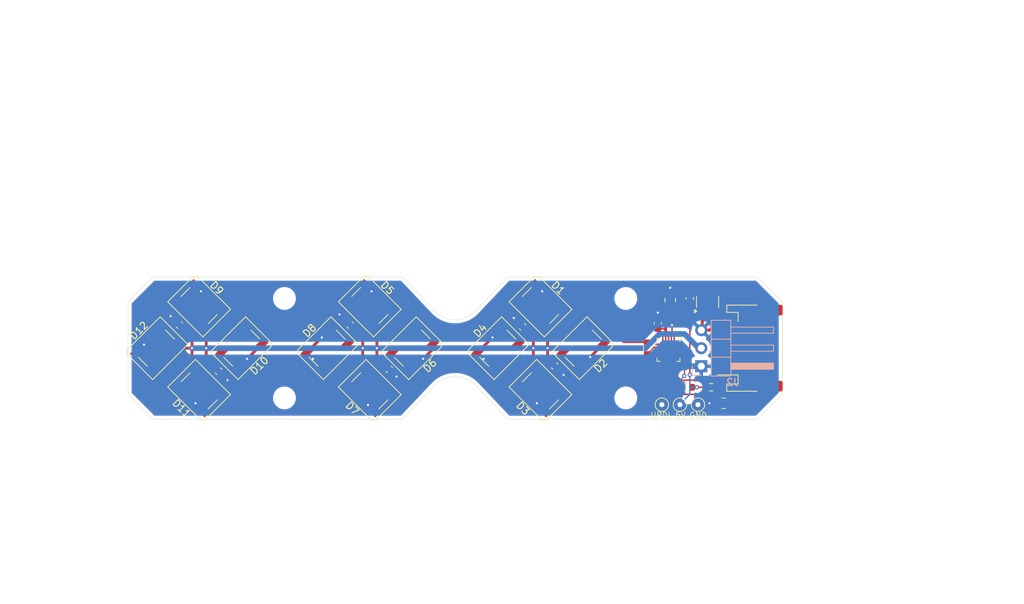
<source format=kicad_pcb>
(kicad_pcb (version 20241229) (generator "pcbnew") (generator_version "9.0")
  (layers (0 "F.Cu" signal) (2 "B.Cu" signal) (13 "F.Paste" user) (15 "B.Paste" user) (5 "F.SilkS" user "F.Silkscreen") (7 "B.SilkS" user "B.Silkscreen") (1 "F.Mask" user) (3 "B.Mask" user) (25 "Edge.Cuts" user))
  (net 0 "")
  (net 1 "/SCL")
  (net 2 "/SDA")
  (net 3 "Net-(U2-C+)")
  (net 4 "Net-(U2-C-)")
  (net 5 "VCC")
  (net 12 "Net-(U1-PA6)")
  (net 20 "VBUS")
  (net 21 "+5V")
  (net 22 "GND")
  (net 23 "/NEOPIXEL")
  (net 25 "/UPDI")
  (net 26 "Net-(D1-DOUT)")
  (net 27 "Net-(D2-DOUT)")
  (net 28 "Net-(D3-DOUT)")
  (net 29 "/NEOPIXEL2")
  (net 30 "/NEOPIXEL3")
  (net 31 "Net-(D5-DOUT)")
  (net 32 "Net-(D6-DOUT)")
  (net 33 "Net-(D7-DOUT)")
  (net 34 "Net-(D10-DIN)")
  (net 35 "Net-(D10-DOUT)")
  (net 36 "Net-(D11-DOUT)")
  (footprint "MountingHole:MountingHole_2.7mm_M2.5" (layer "F.Cu") (at 174 107)
    (property "Reference" "REF**" (hide yes))
    (property "Value" "MountingHole_2.7mm_M2.5" (hide yes))
    (pad "" np_thru_hole circle (at 0 0) (size 2.7 2.7) (drill 2.7) (layers "*.Cu" "*.Mask"))
  )
  (footprint "LED_SMD:LED_SK6812_PLCC4_5.0x5.0mm_P3.2mm" (layer "F.Cu") (at 156 100 45)
    (property "Reference" "D4" (at 0 -3.5 45) (layer "F.SilkS"))
    (property "Value" "SK6812")
    (pad "1" smd rect (at -2.45 -1.6 225) (size 1.5 1) (layers "F.Cu" "F.Mask" "F.Paste") (net 22 "GND"))
    (pad "2" smd rect (at -2.45 1.6 225) (size 1.5 1) (layers "F.Cu" "F.Mask" "F.Paste") (net 28 "Net-(D3-DOUT)"))
    (pad "3" smd rect (at 2.45 1.6 225) (size 1.5 1) (layers "F.Cu" "F.Mask" "F.Paste") (net 5 "VCC"))
    (pad "4" smd rect (at 2.45 -1.6 225) (size 1.5 1) (layers "F.Cu" "F.Mask" "F.Paste") (net 29 "/NEOPIXEL2"))
  )
  (footprint "LED_SMD:LED_SK6812_PLCC4_5.0x5.0mm_P3.2mm" (layer "F.Cu") (at 162 94 -45)
    (property "Reference" "D1" (at 0 -3.5 135) (layer "F.SilkS"))
    (property "Value" "SK6812")
    (pad "1" smd rect (at -2.45 -1.6 135) (size 1.5 1) (layers "F.Cu" "F.Mask" "F.Paste") (net 22 "GND"))
    (pad "2" smd rect (at -2.45 1.6 135) (size 1.5 1) (layers "F.Cu" "F.Mask" "F.Paste") (net 23 "/NEOPIXEL"))
    (pad "3" smd rect (at 2.45 1.6 135) (size 1.5 1) (layers "F.Cu" "F.Mask" "F.Paste") (net 5 "VCC"))
    (pad "4" smd rect (at 2.45 -1.6 135) (size 1.5 1) (layers "F.Cu" "F.Mask" "F.Paste") (net 26 "Net-(D1-DOUT)"))
  )
  (footprint "LED_SMD:LED_SK6812_PLCC4_5.0x5.0mm_P3.2mm" (layer "F.Cu") (at 114 94 -45)
    (property "Reference" "D9" (at 0 -3.5 135) (layer "F.SilkS"))
    (property "Value" "SK6812")
    (pad "1" smd rect (at -2.45 -1.6 135) (size 1.5 1) (layers "F.Cu" "F.Mask" "F.Paste") (net 22 "GND"))
    (pad "2" smd rect (at -2.45 1.6 135) (size 1.5 1) (layers "F.Cu" "F.Mask" "F.Paste") (net 30 "/NEOPIXEL3"))
    (pad "3" smd rect (at 2.45 1.6 135) (size 1.5 1) (layers "F.Cu" "F.Mask" "F.Paste") (net 5 "VCC"))
    (pad "4" smd rect (at 2.45 -1.6 135) (size 1.5 1) (layers "F.Cu" "F.Mask" "F.Paste") (net 34 "Net-(D10-DIN)"))
  )
  (footprint "LED_SMD:LED_SK6812_PLCC4_5.0x5.0mm_P3.2mm" (layer "F.Cu") (at 138 94 -45)
    (property "Reference" "D5" (at 0 -3.5 135) (layer "F.SilkS"))
    (property "Value" "SK6812")
    (pad "1" smd rect (at -2.45 -1.6 135) (size 1.5 1) (layers "F.Cu" "F.Mask" "F.Paste") (net 22 "GND"))
    (pad "2" smd rect (at -2.45 1.6 135) (size 1.5 1) (layers "F.Cu" "F.Mask" "F.Paste") (net 29 "/NEOPIXEL2"))
    (pad "3" smd rect (at 2.45 1.6 135) (size 1.5 1) (layers "F.Cu" "F.Mask" "F.Paste") (net 5 "VCC"))
    (pad "4" smd rect (at 2.45 -1.6 135) (size 1.5 1) (layers "F.Cu" "F.Mask" "F.Paste") (net 31 "Net-(D5-DOUT)"))
  )
  (footprint "LED_SMD:LED_SK6812_PLCC4_5.0x5.0mm_P3.2mm" (layer "F.Cu") (at 120 100 -135)
    (property "Reference" "D10" (at 0 -3.5 45) (layer "F.SilkS"))
    (property "Value" "SK6812")
    (pad "1" smd rect (at -2.45 -1.6 45) (size 1.5 1) (layers "F.Cu" "F.Mask" "F.Paste") (net 22 "GND"))
    (pad "2" smd rect (at -2.45 1.6 45) (size 1.5 1) (layers "F.Cu" "F.Mask" "F.Paste") (net 34 "Net-(D10-DIN)"))
    (pad "3" smd rect (at 2.45 1.6 45) (size 1.5 1) (layers "F.Cu" "F.Mask" "F.Paste") (net 5 "VCC"))
    (pad "4" smd rect (at 2.45 -1.6 45) (size 1.5 1) (layers "F.Cu" "F.Mask" "F.Paste") (net 35 "Net-(D10-DOUT)"))
  )
  (footprint "Capacitor_SMD:C_0805_2012Metric" (layer "F.Cu") (at 180.25 93.25 90)
    (property "Reference" "C2" (hide yes))
    (property "Value" "10uF" (hide yes))
    (pad "1" smd roundrect (at -0.95 0 90) (size 1 1.45) (layers "F.Cu" "F.Mask" "F.Paste") (net 21 "+5V"))
    (pad "2" smd roundrect (at 0.95 0 90) (size 1 1.45) (layers "F.Cu" "F.Mask" "F.Paste") (net 22 "GND"))
  )
  (footprint "TestPoint:TestPoint_THTPad_D1.5mm_Drill0.7mm" (layer "F.Cu") (at 181.61 107.95)
    (property "Reference" "TP2" (hide yes))
    (property "Value" "TestPoint" (hide yes))
    (pad "1" thru_hole circle (at 0 0) (size 1.5 1.5) (drill 0.7) (layers "*.Cu" "*.Mask") (net 21 "+5V"))
  )
  (footprint "LED_SMD:LED_SK6812_PLCC4_5.0x5.0mm_P3.2mm" (layer "F.Cu") (at 114 106 135)
    (property "Reference" "D11" (at 0 -3.5 135) (layer "F.SilkS"))
    (property "Value" "SK6812")
    (pad "1" smd rect (at -2.45 -1.6 315) (size 1.5 1) (layers "F.Cu" "F.Mask" "F.Paste") (net 22 "GND"))
    (pad "2" smd rect (at -2.45 1.6 315) (size 1.5 1) (layers "F.Cu" "F.Mask" "F.Paste") (net 35 "Net-(D10-DOUT)"))
    (pad "3" smd rect (at 2.45 1.6 315) (size 1.5 1) (layers "F.Cu" "F.Mask" "F.Paste") (net 5 "VCC"))
    (pad "4" smd rect (at 2.45 -1.6 315) (size 1.5 1) (layers "F.Cu" "F.Mask" "F.Paste") (net 36 "Net-(D11-DOUT)"))
  )
  (footprint "LED_SMD:LED_SK6812_PLCC4_5.0x5.0mm_P3.2mm" (layer "F.Cu") (at 162 106 135)
    (property "Reference" "D3" (at 0 -3.5 135) (layer "F.SilkS"))
    (property "Value" "SK6812")
    (pad "1" smd rect (at -2.45 -1.6 315) (size 1.5 1) (layers "F.Cu" "F.Mask" "F.Paste") (net 22 "GND"))
    (pad "2" smd rect (at -2.45 1.6 315) (size 1.5 1) (layers "F.Cu" "F.Mask" "F.Paste") (net 27 "Net-(D2-DOUT)"))
    (pad "3" smd rect (at 2.45 1.6 315) (size 1.5 1) (layers "F.Cu" "F.Mask" "F.Paste") (net 5 "VCC"))
    (pad "4" smd rect (at 2.45 -1.6 315) (size 1.5 1) (layers "F.Cu" "F.Mask" "F.Paste") (net 28 "Net-(D3-DOUT)"))
  )
  (footprint "MountingHole:MountingHole_2.7mm_M2.5" (layer "F.Cu") (at 174 93)
    (property "Reference" "REF**" (hide yes))
    (property "Value" "MountingHole_2.7mm_M2.5" (hide yes))
    (pad "" np_thru_hole circle (at 0 0) (size 2.7 2.7) (drill 2.7) (layers "*.Cu" "*.Mask"))
  )
  (footprint "Capacitor_SMD:C_0603_1608Metric" (layer "F.Cu") (at 135.25 96.75 135)
    (property "Reference" "C7" (hide yes))
    (property "Value" "1uF" (hide yes))
    (pad "1" smd roundrect (at -0.775 0 135) (size 0.9 0.95) (layers "F.Cu" "F.Mask" "F.Paste") (net 5 "VCC"))
    (pad "2" smd roundrect (at 0.775 0 135) (size 0.9 0.95) (layers "F.Cu" "F.Mask" "F.Paste") (net 22 "GND"))
  )
  (footprint "Capacitor_SMD:C_0603_1608Metric" (layer "F.Cu") (at 183 93 -90)
    (property "Reference" "C3" (hide yes))
    (property "Value" "1uF" (hide yes))
    (pad "1" smd roundrect (at -0.775 0 270) (size 0.9 0.95) (layers "F.Cu" "F.Mask" "F.Paste") (net 3 "Net-(U2-C+)"))
    (pad "2" smd roundrect (at 0.775 0 270) (size 0.9 0.95) (layers "F.Cu" "F.Mask" "F.Paste") (net 4 "Net-(U2-C-)"))
  )
  (footprint "Package_DFN_QFN:VQFN-20-1EP_3x3mm_P0.4mm_EP1.7x1.7mm" (layer "F.Cu") (at 180 100.25 -90)
    (property "Reference" "U1" (hide yes))
    (property "Value" "ATtiny1616-M" (hide yes))
    (pad "1" smd custom (at -1.45 -0.8 270) (size 0.143431 0.143431) (layers "F.Cu" "F.Mask" "F.Paste") (options (clearance outline) (anchor circle)) (primitives (gr_poly (pts (xy -0.35 -0.05) (xy 0.299289 -0.05) (xy 0.35 0.000711) (xy 0.35 0.05) (xy -0.35 0.05)) (width 0.1) (fill yes))))
    (pad "2" smd roundrect (at -1.45 -0.4 270) (size 0.8 0.2) (layers "F.Cu" "F.Mask" "F.Paste"))
    (pad "3" smd roundrect (at -1.45 0 270) (size 0.8 0.2) (layers "F.Cu" "F.Mask" "F.Paste") (net 22 "GND"))
    (pad "4" smd roundrect (at -1.45 0.4 270) (size 0.8 0.2) (layers "F.Cu" "F.Mask" "F.Paste") (net 21 "+5V"))
    (pad "5" smd custom (at -1.45 0.8 270) (size 0.143431 0.143431) (layers "F.Cu" "F.Mask" "F.Paste") (options (clearance outline) (anchor circle)) (primitives (gr_poly (pts (xy -0.35 -0.05) (xy 0.35 -0.05) (xy 0.35 -0.000711) (xy 0.299289 0.05) (xy -0.35 0.05)) (width 0.1) (fill yes))))
    (pad "6" smd custom (at -0.8 1.45 270) (size 0.143431 0.143431) (layers "F.Cu" "F.Mask" "F.Paste") (options (clearance outline) (anchor circle)) (primitives (gr_poly (pts (xy -0.05 -0.299289) (xy 0.000711 -0.35) (xy 0.05 -0.35) (xy 0.05 0.35) (xy -0.05 0.35)) (width 0.1) (fill yes))))
    (pad "7" smd roundrect (at -0.4 1.45 270) (size 0.2 0.8) (layers "F.Cu" "F.Mask" "F.Paste") (net 12 "Net-(U1-PA6)"))
    (pad "8" smd roundrect (at 0 1.45 270) (size 0.2 0.8) (layers "F.Cu" "F.Mask" "F.Paste"))
    (pad "9" smd roundrect (at 0.4 1.45 270) (size 0.2 0.8) (layers "F.Cu" "F.Mask" "F.Paste"))
    (pad "10" smd custom (at 0.8 1.45 270) (size 0.143431 0.143431) (layers "F.Cu" "F.Mask" "F.Paste") (options (clearance outline) (anchor circle)) (primitives (gr_poly (pts (xy -0.05 -0.35) (xy -0.000711 -0.35) (xy 0.05 -0.299289) (xy 0.05 0.35) (xy -0.05 0.35)) (width 0.1) (fill yes))))
    (pad "11" smd custom (at 1.45 0.8 270) (size 0.143431 0.143431) (layers "F.Cu" "F.Mask" "F.Paste") (options (clearance outline) (anchor circle)) (primitives (gr_poly (pts (xy -0.35 -0.05) (xy 0.35 -0.05) (xy 0.35 0.05) (xy -0.299289 0.05) (xy -0.35 -0.000711)) (width 0.1) (fill yes))))
    (pad "12" smd roundrect (at 1.45 0.4 270) (size 0.8 0.2) (layers "F.Cu" "F.Mask" "F.Paste"))
    (pad "13" smd roundrect (at 1.45 0 270) (size 0.8 0.2) (layers "F.Cu" "F.Mask" "F.Paste") (net 2 "/SDA"))
    (pad "14" smd roundrect (at 1.45 -0.4 270) (size 0.8 0.2) (layers "F.Cu" "F.Mask" "F.Paste") (net 1 "/SCL"))
    (pad "15" smd custom (at 1.45 -0.8 270) (size 0.143431 0.143431) (layers "F.Cu" "F.Mask" "F.Paste") (options (clearance outline) (anchor circle)) (primitives (gr_poly (pts (xy -0.35 0.000711) (xy -0.299289 -0.05) (xy 0.35 -0.05) (xy 0.35 0.05) (xy -0.35 0.05)) (width 0.1) (fill yes))))
    (pad "16" smd custom (at 0.8 -1.45 270) (size 0.143431 0.143431) (layers "F.Cu" "F.Mask" "F.Paste") (options (clearance outline) (anchor circle)) (primitives (gr_poly (pts (xy -0.05 -0.35) (xy 0.05 -0.35) (xy 0.05 0.299289) (xy -0.000711 0.35) (xy -0.05 0.35)) (width 0.1) (fill yes))))
    (pad "17" smd roundrect (at 0.4 -1.45 270) (size 0.2 0.8) (layers "F.Cu" "F.Mask" "F.Paste"))
    (pad "18" smd roundrect (at 0 -1.45 270) (size 0.2 0.8) (layers "F.Cu" "F.Mask" "F.Paste"))
    (pad "19" smd roundrect (at -0.4 -1.45 270) (size 0.2 0.8) (layers "F.Cu" "F.Mask" "F.Paste") (net 25 "/UPDI"))
    (pad "20" smd custom (at -0.8 -1.45 270) (size 0.143431 0.143431) (layers "F.Cu" "F.Mask" "F.Paste") (options (clearance outline) (anchor circle)) (primitives (gr_poly (pts (xy -0.05 -0.35) (xy 0.05 -0.35) (xy 0.05 0.35) (xy 0.000711 0.35) (xy -0.05 0.299289)) (width 0.1) (fill yes))))
    (pad "21" smd rect (at 0 0 270) (size 1.7 1.7) (property pad_prop_heatsink) (layers "F.Cu" "F.Mask") (net 22 "GND"))
  )
  (footprint "MountingHole:MountingHole_2.7mm_M2.5" (layer "F.Cu") (at 126 107)
    (property "Reference" "REF**" (hide yes))
    (property "Value" "MountingHole_2.7mm_M2.5" (hide yes))
    (pad "" np_thru_hole circle (at 0 0) (size 2.7 2.7) (drill 2.7) (layers "*.Cu" "*.Mask"))
  )
  (footprint "MountingHole:MountingHole_2.7mm_M2.5" (layer "F.Cu") (at 126 93)
    (property "Reference" "REF**" (hide yes))
    (property "Value" "MountingHole_2.7mm_M2.5" (hide yes))
    (pad "" np_thru_hole circle (at 0 0) (size 2.7 2.7) (drill 2.7) (layers "*.Cu" "*.Mask"))
  )
  (footprint "Resistor_SMD:R_0603_1608Metric" (layer "F.Cu") (at 186 105.5)
    (property "Reference" "R2" (hide yes))
    (property "Value" "10k" (hide yes))
    (pad "1" smd roundrect (at -0.825 0) (size 0.8 0.95) (layers "F.Cu" "F.Mask" "F.Paste") (net 21 "+5V"))
    (pad "2" smd roundrect (at 0.825 0) (size 0.8 0.95) (layers "F.Cu" "F.Mask" "F.Paste") (net 2 "/SDA"))
  )
  (footprint "LED_SMD:LED_SK6812_PLCC4_5.0x5.0mm_P3.2mm" (layer "F.Cu") (at 138 106 135)
    (property "Reference" "D7" (at 0 -3.5 135) (layer "F.SilkS"))
    (property "Value" "SK6812")
    (pad "1" smd rect (at -2.45 -1.6 315) (size 1.5 1) (layers "F.Cu" "F.Mask" "F.Paste") (net 22 "GND"))
    (pad "2" smd rect (at -2.45 1.6 315) (size 1.5 1) (layers "F.Cu" "F.Mask" "F.Paste") (net 32 "Net-(D6-DOUT)"))
    (pad "3" smd rect (at 2.45 1.6 315) (size 1.5 1) (layers "F.Cu" "F.Mask" "F.Paste") (net 5 "VCC"))
    (pad "4" smd rect (at 2.45 -1.6 315) (size 1.5 1) (layers "F.Cu" "F.Mask" "F.Paste") (net 33 "Net-(D7-DOUT)"))
  )
  (footprint "Resistor_SMD:R_0603_1608Metric" (layer "F.Cu") (at 177 100 90)
    (property "Reference" "R3" (hide yes))
    (property "Value" "100" (hide yes))
    (pad "1" smd roundrect (at -0.825 0 90) (size 0.8 0.95) (layers "F.Cu" "F.Mask" "F.Paste") (net 12 "Net-(U1-PA6)"))
    (pad "2" smd roundrect (at 0.825 0 90) (size 0.8 0.95) (layers "F.Cu" "F.Mask" "F.Paste") (net 23 "/NEOPIXEL"))
  )
  (footprint "Capacitor_SMD:C_0603_1608Metric" (layer "F.Cu") (at 159.5 97 135)
    (property "Reference" "C5" (hide yes))
    (property "Value" "1uF" (hide yes))
    (pad "1" smd roundrect (at -0.775 0 135) (size 0.9 0.95) (layers "F.Cu" "F.Mask" "F.Paste") (net 5 "VCC"))
    (pad "2" smd roundrect (at 0.775 0 135) (size 0.9 0.95) (layers "F.Cu" "F.Mask" "F.Paste") (net 22 "GND"))
  )
  (footprint "Connector_JST:JST_PH_S4B-PH-SM4-TB_1x04-1MP_P2.00mm_Horizontal" (layer "F.Cu") (at 191.5 100 90)
    (property "Reference" "J1" (hide yes))
    (property "Value" "Conn_01x04" (hide yes))
    (pad "1" smd roundrect (at -3 -2.85 90) (size 1 3.5) (layers "F.Cu" "F.Mask" "F.Paste") (net 1 "/SCL"))
    (pad "2" smd roundrect (at -1 -2.85 90) (size 1 3.5) (layers "F.Cu" "F.Mask" "F.Paste") (net 2 "/SDA"))
    (pad "3" smd roundrect (at 1 -2.85 90) (size 1 3.5) (layers "F.Cu" "F.Mask" "F.Paste") (net 20 "VBUS"))
    (pad "4" smd roundrect (at 3 -2.85 90) (size 1 3.5) (layers "F.Cu" "F.Mask" "F.Paste") (net 22 "GND"))
    (pad "MP" smd roundrect (at -5.35 2.9 90) (size 1.5 3.4) (layers "F.Cu" "F.Mask" "F.Paste") (roundrect_rratio 0.166667))
    (pad "MP" smd roundrect (at 5.35 2.9 90) (size 1.5 3.4) (layers "F.Cu" "F.Mask" "F.Paste") (roundrect_rratio 0.166667))
  )
  (footprint "Resistor_SMD:R_0603_1608Metric" (layer "F.Cu") (at 182.5 105.5 180)
    (property "Reference" "R1" (hide yes))
    (property "Value" "10k" (hide yes))
    (pad "1" smd roundrect (at -0.825 0 180) (size 0.8 0.95) (layers "F.Cu" "F.Mask" "F.Paste") (net 21 "+5V"))
    (pad "2" smd roundrect (at 0.825 0 180) (size 0.8 0.95) (layers "F.Cu" "F.Mask" "F.Paste") (net 1 "/SCL"))
  )
  (footprint "LED_SMD:LED_SK6812_PLCC4_5.0x5.0mm_P3.2mm" (layer "F.Cu") (at 108 100 45)
    (property "Reference" "D12" (at 0 -3.5 45) (layer "F.SilkS"))
    (property "Value" "SK6812")
    (pad "1" smd rect (at -2.45 -1.6 225) (size 1.5 1) (layers "F.Cu" "F.Mask" "F.Paste") (net 22 "GND"))
    (pad "2" smd rect (at -2.45 1.6 225) (size 1.5 1) (layers "F.Cu" "F.Mask" "F.Paste") (net 36 "Net-(D11-DOUT)"))
    (pad "3" smd rect (at 2.45 1.6 225) (size 1.5 1) (layers "F.Cu" "F.Mask" "F.Paste") (net 5 "VCC"))
    (pad "4" smd rect (at 2.45 -1.6 225) (size 1.5 1) (layers "F.Cu" "F.Mask" "F.Paste"))
  )
  (footprint "Capacitor_SMD:C_0805_2012Metric" (layer "F.Cu") (at 187.75 107.75 180)
    (property "Reference" "C1" (hide yes))
    (property "Value" "10uF" (hide yes))
    (pad "1" smd roundrect (at -0.95 0 180) (size 1 1.45) (layers "F.Cu" "F.Mask" "F.Paste") (net 20 "VBUS"))
    (pad "2" smd roundrect (at 0.95 0 180) (size 1 1.45) (layers "F.Cu" "F.Mask" "F.Paste") (net 22 "GND"))
  )
  (footprint "Capacitor_SMD:C_0603_1608Metric" (layer "F.Cu") (at 178.5 96.5 90)
    (property "Reference" "C4" (hide yes))
    (property "Value" "100nF" (hide yes))
    (pad "1" smd roundrect (at -0.775 0 90) (size 0.9 0.95) (layers "F.Cu" "F.Mask" "F.Paste") (net 21 "+5V"))
    (pad "2" smd roundrect (at 0.775 0 90) (size 0.9 0.95) (layers "F.Cu" "F.Mask" "F.Paste") (net 22 "GND"))
  )
  (footprint "TestPoint:TestPoint_THTPad_D1.5mm_Drill0.7mm" (layer "F.Cu") (at 179.07 107.95)
    (property "Reference" "TP3" (hide yes))
    (property "Value" "TestPoint" (hide yes))
    (pad "1" thru_hole circle (at 0 0) (size 1.5 1.5) (drill 0.7) (layers "*.Cu" "*.Mask") (net 25 "/UPDI"))
  )
  (footprint "LED_SMD:LED_SK6812_PLCC4_5.0x5.0mm_P3.2mm" (layer "F.Cu") (at 168 100 -135)
    (property "Reference" "D2" (at 0 -3.5 45) (layer "F.SilkS"))
    (property "Value" "SK6812")
    (pad "1" smd rect (at -2.45 -1.6 45) (size 1.5 1) (layers "F.Cu" "F.Mask" "F.Paste") (net 22 "GND"))
    (pad "2" smd rect (at -2.45 1.6 45) (size 1.5 1) (layers "F.Cu" "F.Mask" "F.Paste") (net 26 "Net-(D1-DOUT)"))
    (pad "3" smd rect (at 2.45 1.6 45) (size 1.5 1) (layers "F.Cu" "F.Mask" "F.Paste") (net 5 "VCC"))
    (pad "4" smd rect (at 2.45 -1.6 45) (size 1.5 1) (layers "F.Cu" "F.Mask" "F.Paste") (net 27 "Net-(D2-DOUT)"))
  )
  (footprint "LED_SMD:LED_SK6812_PLCC4_5.0x5.0mm_P3.2mm" (layer "F.Cu") (at 144 100 -135)
    (property "Reference" "D6" (at 0 -3.5 45) (layer "F.SilkS"))
    (property "Value" "SK6812")
    (pad "1" smd rect (at -2.45 -1.6 45) (size 1.5 1) (layers "F.Cu" "F.Mask" "F.Paste") (net 22 "GND"))
    (pad "2" smd rect (at -2.45 1.6 45) (size 1.5 1) (layers "F.Cu" "F.Mask" "F.Paste") (net 31 "Net-(D5-DOUT)"))
    (pad "3" smd rect (at 2.45 1.6 45) (size 1.5 1) (layers "F.Cu" "F.Mask" "F.Paste") (net 5 "VCC"))
    (pad "4" smd rect (at 2.45 -1.6 45) (size 1.5 1) (layers "F.Cu" "F.Mask" "F.Paste") (net 32 "Net-(D6-DOUT)"))
  )
  (footprint "Capacitor_SMD:C_0603_1608Metric" (layer "F.Cu") (at 140.75 103 -45)
    (property "Reference" "C8" (hide yes))
    (property "Value" "1uF" (hide yes))
    (pad "1" smd roundrect (at -0.775 0 315) (size 0.9 0.95) (layers "F.Cu" "F.Mask" "F.Paste") (net 5 "VCC"))
    (pad "2" smd roundrect (at 0.775 0 315) (size 0.9 0.95) (layers "F.Cu" "F.Mask" "F.Paste") (net 22 "GND"))
  )
  (footprint "TestPoint:TestPoint_THTPad_D1.5mm_Drill0.7mm" (layer "F.Cu") (at 184.15 107.95)
    (property "Reference" "TP1" (hide yes))
    (property "Value" "TestPoint" (hide yes))
    (pad "1" thru_hole circle (at 0 0) (size 1.5 1.5) (drill 0.7) (layers "*.Cu" "*.Mask") (net 22 "GND"))
  )
  (footprint "Capacitor_SMD:C_0603_1608Metric" (layer "F.Cu") (at 164 102.5 -45)
    (property "Reference" "C6" (hide yes))
    (property "Value" "1uF" (hide yes))
    (pad "1" smd roundrect (at -0.775 0 315) (size 0.9 0.95) (layers "F.Cu" "F.Mask" "F.Paste") (net 5 "VCC"))
    (pad "2" smd roundrect (at 0.775 0 315) (size 0.9 0.95) (layers "F.Cu" "F.Mask" "F.Paste") (net 22 "GND"))
  )
  (footprint "Package_TO_SOT_SMD:TSOT-23-6" (layer "F.Cu") (at 185.5 93.5 90)
    (property "Reference" "U2" (hide yes))
    (property "Value" "AP3602" (hide yes))
    (pad "1" smd roundrect (at -1.1375 -0.95 90) (size 1.325 0.6) (layers "F.Cu" "F.Mask" "F.Paste") (net 21 "+5V"))
    (pad "2" smd roundrect (at -1.1375 0 90) (size 1.325 0.6) (layers "F.Cu" "F.Mask" "F.Paste") (net 22 "GND"))
    (pad "3" smd roundrect (at -1.1375 0.95 90) (size 1.325 0.6) (layers "F.Cu" "F.Mask" "F.Paste") (net 20 "VBUS"))
    (pad "4" smd roundrect (at 1.1375 0.95 90) (size 1.325 0.6) (layers "F.Cu" "F.Mask" "F.Paste") (net 4 "Net-(U2-C-)"))
    (pad "5" smd roundrect (at 1.1375 0 90) (size 1.325 0.6) (layers "F.Cu" "F.Mask" "F.Paste") (net 20 "VBUS"))
    (pad "6" smd roundrect (at 1.1375 -0.95 90) (size 1.325 0.6) (layers "F.Cu" "F.Mask" "F.Paste") (net 3 "Net-(U2-C+)"))
  )
  (footprint "Capacitor_SMD:C_0603_1608Metric" (layer "F.Cu") (at 111.25 96.75 135)
    (property "Reference" "C9" (hide yes))
    (property "Value" "1uF" (hide yes))
    (pad "1" smd roundrect (at -0.775 0 135) (size 0.9 0.95) (layers "F.Cu" "F.Mask" "F.Paste") (net 5 "VCC"))
    (pad "2" smd roundrect (at 0.775 0 135) (size 0.9 0.95) (layers "F.Cu" "F.Mask" "F.Paste") (net 22 "GND"))
  )
  (footprint "LED_SMD:LED_SK6812_PLCC4_5.0x5.0mm_P3.2mm" (layer "F.Cu") (at 132 100 45)
    (property "Reference" "D8" (at 0 -3.5 45) (layer "F.SilkS"))
    (property "Value" "SK6812")
    (pad "1" smd rect (at -2.45 -1.6 225) (size 1.5 1) (layers "F.Cu" "F.Mask" "F.Paste") (net 22 "GND"))
    (pad "2" smd rect (at -2.45 1.6 225) (size 1.5 1) (layers "F.Cu" "F.Mask" "F.Paste") (net 33 "Net-(D7-DOUT)"))
    (pad "3" smd rect (at 2.45 1.6 225) (size 1.5 1) (layers "F.Cu" "F.Mask" "F.Paste") (net 5 "VCC"))
    (pad "4" smd rect (at 2.45 -1.6 225) (size 1.5 1) (layers "F.Cu" "F.Mask" "F.Paste") (net 30 "/NEOPIXEL3"))
  )
  (footprint "Capacitor_SMD:C_0603_1608Metric" (layer "F.Cu") (at 116.75 103.25 -45)
    (property "Reference" "C10" (hide yes))
    (property "Value" "1uF" (hide yes))
    (pad "1" smd roundrect (at -0.775 0 315) (size 0.9 0.95) (layers "F.Cu" "F.Mask" "F.Paste") (net 5 "VCC"))
    (pad "2" smd roundrect (at 0.775 0 315) (size 0.9 0.95) (layers "F.Cu" "F.Mask" "F.Paste") (net 22 "GND"))
  )
  (footprint "Connector_PinHeader_2.54mm:PinHeader_1x03_P2.54mm_Horizontal" (layer "B.Cu") (at 184.615 102.54)
    (property "Reference" "J2" (at 4.385 2.27 180) (layer "B.SilkS") (effects (justify mirror)))
    (property "Value" "Conn_01x03")
    (pad "1" thru_hole rect (at 0 0) (size 1.7 1.7) (drill 1) (layers "*.Cu" "*.Mask") (net 22 "GND"))
    (pad "2" thru_hole circle (at 0 -2.54) (size 1.7 1.7) (drill 1) (layers "*.Cu" "*.Mask") (net 5 "VCC"))
    (pad "3" thru_hole circle (at 0 -5.08) (size 1.7 1.7) (drill 1) (layers "*.Cu" "*.Mask") (net 22 "GND"))
  )
  (gr_line (start 147.171573 94.828425) (end 142.6 89.999998) (stroke (width 0.05)) (layer "Edge.Cuts"))
  (gr_line (start 142.600002 110) (end 107.5 110) (stroke (width 0.05)) (layer "Edge.Cuts"))
  (gr_line (start 152.828427 105.171573) (end 157.4 110) (stroke (width 0.05)) (layer "Edge.Cuts"))
  (gr_line (start 104 93.5) (end 107.5 90) (stroke (width 0.05)) (layer "Edge.Cuts"))
  (gr_line (start 152.828427 94.828427) (end 157.4 90) (stroke (width 0.05)) (layer "Edge.Cuts"))
  (gr_line (start 147.171573 105.171575) (end 142.6 110.000002) (stroke (width 0.05)) (layer "Edge.Cuts"))
  (gr_arc (start 150 96) (mid 148.469266 95.695518) (end 147.171573 94.828427) (stroke (width 0.05)) (layer "Edge.Cuts"))
  (gr_line (start 196 106.5) (end 192.5 110) (stroke (width 0.05)) (layer "Edge.Cuts"))
  (gr_arc (start 147.171573 105.171573) (mid 148.469266 104.304482) (end 150 104) (stroke (width 0.05)) (layer "Edge.Cuts"))
  (gr_arc (start 152.828427 94.828427) (mid 151.530734 95.695518) (end 150 96) (stroke (width 0.05)) (layer "Edge.Cuts"))
  (gr_line (start 157.4 90) (end 192.5 90) (stroke (width 0.05)) (layer "Edge.Cuts"))
  (gr_line (start 142.6 89.999998) (end 107.5 90) (stroke (width 0.05)) (layer "Edge.Cuts"))
  (gr_line (start 157.4 110) (end 192.5 110) (stroke (width 0.05)) (layer "Edge.Cuts"))
  (gr_line (start 196 93.5) (end 196 106.5) (stroke (width 0.05)) (layer "Edge.Cuts"))
  (gr_line (start 196 93.5) (end 192.5 90) (stroke (width 0.05)) (layer "Edge.Cuts"))
  (gr_arc (start 150 104) (mid 151.530734 104.304482) (end 152.828427 105.171573) (stroke (width 0.05)) (layer "Edge.Cuts"))
  (gr_line (start 104 106.5) (end 107.5 110) (stroke (width 0.05)) (layer "Edge.Cuts"))
  (gr_line (start 104 93.5) (end 104 106.5) (stroke (width 0.05)) (layer "Edge.Cuts"))
  (gr_text "GND" (at 182.9 109.9 0) (layer "F.SilkS") (effects (font (size 0.8 0.8) (thickness 0.1)) (justify left bottom)))
  (gr_text "5V" (at 180.9 109.9 0) (layer "F.SilkS") (effects (font (size 0.8 0.8) (thickness 0.1)) (justify left bottom)))
  (gr_text "UPDI" (at 177.4 109.9 0) (layer "F.SilkS") (effects (font (size 0.8 0.8) (thickness 0.1)) (justify left bottom)))
  (segment (start 181.675 104.575) (end 181.75 104.5) (width 0.2) (layer "F.Cu") (net 1))
  (segment (start 180.4 101.7) (end 180.4 103.15) (width 0.2) (layer "F.Cu") (net 1))
  (segment (start 181.75 104.5) (end 187.75 104.5) (width 0.2) (layer "F.Cu") (net 1))
  (segment (start 188.65 103) (end 188.65 103.6) (width 0.2) (layer "F.Cu") (net 1))
  (segment (start 188.65 103.6) (end 187.75 104.5) (width 0.2) (layer "F.Cu") (net 1))
  (segment (start 181.75 104.5) (end 180.4 103.15) (width 0.2) (layer "F.Cu") (net 1))
  (segment (start 181.675 105.5) (end 181.675 104.575) (width 0.2) (layer "F.Cu") (net 1))
  (segment (start 191 105) (end 191 101.5) (width 0.2) (layer "F.Cu") (net 2))
  (segment (start 189.5 106.5) (end 191 105) (width 0.2) (layer "F.Cu") (net 2))
  (segment (start 191 101.5) (end 190.5 101) (width 0.2) (layer "F.Cu") (net 2))
  (segment (start 180 105.091849) (end 181.408151 106.5) (width 0.2) (layer "F.Cu") (net 2))
  (segment (start 186.825 106.425) (end 186.75 106.5) (width 0.2) (layer "F.Cu") (net 2))
  (segment (start 186.75 106.5) (end 189.5 106.5) (width 0.2) (layer "F.Cu") (net 2))
  (segment (start 181.408151 106.5) (end 186.75 106.5) (width 0.2) (layer "F.Cu") (net 2))
  (segment (start 186.825 105.5) (end 186.825 106.425) (width 0.2) (layer "F.Cu") (net 2))
  (segment (start 190.5 101) (end 188.65 101) (width 0.2) (layer "F.Cu") (net 2))
  (segment (start 180 101.7) (end 180 105.091849) (width 0.2) (layer "F.Cu") (net 2))
  (segment (start 183 92.225) (end 184.4125 92.225) (width 0.2) (layer "F.Cu") (net 3))
  (segment (start 186.45 93.2) (end 186.45 92.3625) (width 0.2) (layer "F.Cu") (net 4))
  (segment (start 183.275 93.5) (end 186.15 93.5) (width 0.2) (layer "F.Cu") (net 4))
  (segment (start 186.15 93.5) (end 186.45 93.2) (width 0.2) (layer "F.Cu") (net 4))
  (segment (start 113 102.737259) (end 113 100) (width 0.4) (layer "F.Cu") (net 5))
  (segment (start 135.464823 100) (end 137 100) (width 0.4) (layer "F.Cu") (net 5))
  (segment (start 115 100) (end 116.535177 100) (width 0.4) (layer "F.Cu") (net 5))
  (segment (start 158.863782 99.398959) (end 159.464823 100) (width 0.4) (layer "F.Cu") (net 5))
  (segment (start 139 100) (end 139 101.25) (width 0.4) (layer "F.Cu") (net 5))
  (segment (start 113 100) (end 113 98.5) (width 0.4) (layer "F.Cu") (net 5))
  (segment (start 139 100) (end 139 97.262741) (width 0.4) (layer "F.Cu") (net 5))
  (segment (start 110.863782 99.398959) (end 111.464823 100) (width 0.4) (layer "F.Cu") (net 5))
  (segment (start 159.464823 100) (end 164.535177 100) (width 0.4) (layer "F.Cu") (net 5))
  (segment (start 161 102.737259) (end 161.398959 103.136218) (width 0.4) (layer "F.Cu") (net 5))
  (segment (start 111.464823 100) (end 115 100) (width 0.4) (layer "F.Cu") (net 5))
  (segment (start 164.535177 100) (end 165.136218 100.601041) (width 0.4) (layer "F.Cu") (net 5))
  (segment (start 139 97.262741) (end 138.601041 96.863782) (width 0.4) (layer "F.Cu") (net 5))
  (segment (start 163 101.5) (end 163.451992 101.951992) (width 0.4) (layer "F.Cu") (net 5))
  (segment (start 139 101.25) (end 140.201992 102.451992) (width 0.4) (layer "F.Cu") (net 5))
  (segment (start 163 100) (end 163 101.5) (width 0.4) (layer "F.Cu") (net 5))
  (segment (start 137 102.737259) (end 137.398959 103.136218) (width 0.4) (layer "F.Cu") (net 5))
  (segment (start 161 98.5) (end 161 100) (width 0.4) (layer "F.Cu") (net 5))
  (segment (start 163 97.262741) (end 162.601041 96.863782) (width 0.4) (layer "F.Cu") (net 5))
  (segment (start 134.863782 99.398959) (end 135.464823 100) (width 0.4) (layer "F.Cu") (net 5))
  (segment (start 139 100) (end 140.535177 100) (width 0.4) (layer "F.Cu") (net 5))
  (segment (start 137 100) (end 139 100) (width 0.4) (layer "F.Cu") (net 5))
  (segment (start 116.535177 100) (end 117.136218 100.601041) (width 0.4) (layer "F.Cu") (net 5))
  (segment (start 161 100) (end 161 102.737259) (width 0.4) (layer "F.Cu") (net 5))
  (segment (start 113.398959 103.136218) (end 113 102.737259) (width 0.4) (layer "F.Cu") (net 5))
  (segment (start 140.535177 100) (end 141.136218 100.601041) (width 0.4) (layer "F.Cu") (net 5))
  (segment (start 137 98.5) (end 135.798008 97.298008) (width 0.4) (layer "F.Cu") (net 5))
  (segment (start 160.048008 97.548008) (end 161 98.5) (width 0.4) (layer "F.Cu") (net 5))
  (segment (start 115 101.5) (end 116.201992 102.701992) (width 0.4) (layer "F.Cu") (net 5))
  (segment (start 137 100) (end 137 98.5) (width 0.4) (layer "F.Cu") (net 5))
  (segment (start 137 100) (end 137 102.737259) (width 0.4) (layer "F.Cu") (net 5))
  (segment (start 115 100) (end 115 97.262741) (width 0.4) (layer "F.Cu") (net 5))
  (segment (start 113 98.5) (end 111.798008 97.298008) (width 0.4) (layer "F.Cu") (net 5))
  (segment (start 163 100) (end 163 97.262741) (width 0.4) (layer "F.Cu") (net 5))
  (segment (start 115 100) (end 115 101.5) (width 0.4) (layer "F.Cu") (net 5))
  (segment (start 115 97.262741) (end 114.601041 96.863782) (width 0.4) (layer "F.Cu") (net 5))
  (via (at 161 100) (size 0.6) (drill 0.3) (layers "F.Cu" "B.Cu") (net 5))
  (via (at 115 100) (size 0.6) (drill 0.3) (layers "F.Cu" "B.Cu") (net 5))
  (via (at 113 100) (size 0.6) (drill 0.3) (layers "F.Cu" "B.Cu") (net 5))
  (via (at 163 100) (size 0.6) (drill 0.3) (layers "F.Cu" "B.Cu") (net 5))
  (via (at 139 100) (size 0.6) (drill 0.3) (layers "F.Cu" "B.Cu") (net 5))
  (via (at 137 100) (size 0.6) (drill 0.3) (layers "F.Cu" "B.Cu") (net 5))
  (segment (start 115 100) (end 176.75 100) (width 0.8) (layer "B.Cu") (net 5))
  (segment (start 176.75 100) (end 178.75 98) (width 0.8) (layer "B.Cu") (net 5))
  (segment (start 182.25 98) (end 184.25 100) (width 0.8) (layer "B.Cu") (net 5))
  (segment (start 113 100) (end 115 100) (width 0.8) (layer "B.Cu") (net 5))
  (segment (start 178.75 98) (end 182.25 98) (width 0.8) (layer "B.Cu") (net 5))
  (segment (start 177.975 99.85) (end 177 100.825) (width 0.17) (layer "F.Cu") (net 12))
  (segment (start 178.55 99.85) (end 177.975 99.85) (width 0.17) (layer "F.Cu") (net 12))
  (segment (start 190.5 107.75) (end 188.7 107.75) (width 0.4) (layer "F.Cu") (net 20))
  (segment (start 185.5 91.5) (end 185.5 92.3625) (width 0.4) (layer "F.Cu") (net 20))
  (segment (start 188.65 99) (end 191.25 99) (width 0.4) (layer "F.Cu") (net 20))
  (segment (start 187.3625 94.6375) (end 188 94) (width 0.2) (layer "F.Cu") (net 20))
  (segment (start 192 99.25) (end 192 106.25) (width 0.4) (layer "F.Cu") (net 20))
  (segment (start 186.45 94.6375) (end 187.3625 94.6375) (width 0.2) (layer "F.Cu") (net 20))
  (segment (start 191 91) (end 186 91) (width 0.4) (layer "F.Cu") (net 20))
  (segment (start 186 91) (end 185.5 91.5) (width 0.4) (layer "F.Cu") (net 20))
  (segment (start 191.25 99) (end 191.5 98.75) (width 0.4) (layer "F.Cu") (net 20))
  (segment (start 188 94) (end 188 91) (width 0.2) (layer "F.Cu") (net 20))
  (segment (start 192 106.25) (end 190.5 107.75) (width 0.4) (layer "F.Cu") (net 20))
  (segment (start 191.5 91.5) (end 191 91) (width 0.4) (layer "F.Cu") (net 20))
  (segment (start 191.5 98.75) (end 192 99.25) (width 0.4) (layer "F.Cu") (net 20))
  (segment (start 191.5 98.75) (end 191.5 91.5) (width 0.4) (layer "F.Cu") (net 20))
  (segment (start 180.25 95.25) (end 180.25 95.5) (width 0.4) (layer "F.Cu") (net 21))
  (segment (start 184.55 94.6375) (end 183.83125 94.6375) (width 0.4) (layer "F.Cu") (net 21))
  (segment (start 179.6 97.25) (end 179.6 96.15) (width 0.4) (layer "F.Cu") (net 21))
  (segment (start 179.575 97.275) (end 179.6 97.25) (width 0.2) (layer "F.Cu") (net 21))
  (segment (start 179.6 98.8) (end 179.6 97.75) (width 0.17) (layer "F.Cu") (net 21))
  (segment (start 184 105.5) (end 185.175 105.5) (width 0.2) (layer "F.Cu") (net 21))
  (segment (start 181.61 107.95) (end 181.9 107.95) (width 0.2) (layer "F.Cu") (net 21))
  (segment (start 183.83125 94.6375) (end 183.21875 95.25) (width 0.4) (layer "F.Cu") (net 21))
  (segment (start 183.21875 95.25) (end 180.25 95.25) (width 0.4) (layer "F.Cu") (net 21))
  (segment (start 183.325 105.5) (end 184 105.5) (width 0.2) (layer "F.Cu") (net 21))
  (segment (start 179.6 96.15) (end 180.25 95.5) (width 0.4) (layer "F.Cu") (net 21))
  (segment (start 180.25 95.5) (end 180.25 94.2) (width 0.4) (layer "F.Cu") (net 21))
  (segment (start 183 103.75) (end 183 95.25) (width 0.2) (layer "F.Cu") (net 21))
  (segment (start 178.5 97.275) (end 179.575 97.275) (width 0.2) (layer "F.Cu") (net 21))
  (segment (start 179.6 97.75) (end 179.6 97.25) (width 0.4) (layer "F.Cu") (net 21))
  (via (at 184 105.5) (size 0.6) (drill 0.3) (layers "F.Cu" "B.Cu") (net 21))
  (via (at 183 103.75) (size 0.6) (drill 0.3) (layers "F.Cu" "B.Cu") (net 21))
  (segment (start 182.25 107.25) (end 183 106.5) (width 0.2) (layer "B.Cu") (net 21))
  (segment (start 183 105.5) (end 183 103.75) (width 0.2) (layer "B.Cu") (net 21))
  (segment (start 184 105.5) (end 183 105.5) (width 0.2) (layer "B.Cu") (net 21))
  (segment (start 181.61 107.95) (end 182.25 107.31) (width 0.2) (layer "B.Cu") (net 21))
  (segment (start 182.25 107.31) (end 182.25 107.25) (width 0.2) (layer "B.Cu") (net 21))
  (segment (start 183 106.5) (end 183 105.5) (width 0.2) (layer "B.Cu") (net 21))
  (segment (start 185.79 97.46) (end 186.25 97) (width 0.4) (layer "F.Cu") (net 22))
  (segment (start 185.2 107.75) (end 185.75 107.75) (width 0.2) (layer "F.Cu") (net 22))
  (segment (start 117.298008 103.798008) (end 118 104.5) (width 0.4) (layer "F.Cu") (net 22))
  (segment (start 178.5 95.725) (end 178.5 95) (width 0.2) (layer "F.Cu") (net 22))
  (segment (start 185.5 94.6375) (end 185.5 95.5) (width 0.4) (layer "F.Cu") (net 22))
  (segment (start 146.863782 99.398959) (end 146.863782 100.136218) (width 0.4) (layer "F.Cu") (net 22))
  (segment (start 110.701992 96.201992) (end 110 95.5) (width 0.4) (layer "F.Cu") (net 22))
  (segment (start 180.5 96.75) (end 180.5 97.75) (width 0.2) (layer "F.Cu") (net 22))
  (segment (start 129.148959 100.601041) (end 131.25 98.5) (width 0.4) (layer "F.Cu") (net 22))
  (segment (start 180.25 92.3) (end 180.25 91.5) (width 0.2) (layer "F.Cu") (net 22))
  (segment (start 185.5 95.5) (end 184.75 96.25) (width 0.4) (layer "F.Cu") (net 22))
  (segment (start 122.851041 99.398959) (end 120.75 101.5) (width 0.4) (layer "F.Cu") (net 22))
  (segment (start 114.601041 108.851041) (end 113.5 107.75) (width 0.4) (layer "F.Cu") (net 22))
  (segment (start 146.863782 100.136218) (end 145.5 101.5) (width 0.4) (layer "F.Cu") (net 22))
  (segment (start 164.548008 103.048008) (end 165.25 103.75) (width 0.4) (layer "F.Cu") (net 22))
  (segment (start 184.615 97.46) (end 185.79 97.46) (width 0.4) (layer "F.Cu") (net 22))
  (segment (start 185 107.95) (end 185.2 107.75) (width 0.2) (layer "F.Cu") (net 22))
  (segment (start 180 98.8) (end 180 100.25) (width 0.17) (layer "F.Cu") (net 22))
  (segment (start 158.951992 96.451992) (end 158.25 95.75) (width 0.4) (layer "F.Cu") (net 22))
  (segment (start 162.601041 108.851041) (end 161.5 107.75) (width 0.4) (layer "F.Cu") (net 22))
  (segment (start 153.136218 100.636218) (end 154 101.5) (width 0.4) (layer "F.Cu") (net 22))
  (segment (start 180 98.25) (end 180 98.8) (width 0.17) (layer "F.Cu") (net 22))
  (segment (start 138.601041 108.851041) (end 137.75 108) (width 0.4) (layer "F.Cu") (net 22))
  (segment (start 184.15 107.95) (end 185 107.95) (width 0.2) (layer "F.Cu") (net 22))
  (segment (start 105.148959 100.601041) (end 106.25 99.5) (width 0.4) (layer "F.Cu") (net 22))
  (segment (start 184.75 96.25) (end 184.75 97.325) (width 0.4) (layer "F.Cu") (net 22))
  (segment (start 113.398959 91.148959) (end 114.25 92) (width 0.4) (layer "F.Cu") (net 22))
  (segment (start 161.398959 91.148959) (end 162.25 92) (width 0.4) (layer "F.Cu") (net 22))
  (segment (start 180.5 97.75) (end 180 98.25) (width 0.2) (layer "F.Cu") (net 22))
  (segment (start 134.701992 96.201992) (end 133.75 95.25) (width 0.4) (layer "F.Cu") (net 22))
  (segment (start 186.25 97) (end 188.65 97) (width 0.4) (layer "F.Cu") (net 22))
  (segment (start 170.851041 99.398959) (end 169 101.25) (width 0.4) (layer "F.Cu") (net 22))
  (segment (start 141.298008 103.548008) (end 141.75 104) (width 0.4) (layer "F.Cu") (net 22))
  (segment (start 153.148959 100.601041) (end 155.25 98.5) (width 0.4) (layer "F.Cu") (net 22))
  (segment (start 185.75 107.75) (end 186.8 107.75) (width 0.2) (layer "F.Cu") (net 22))
  (segment (start 129.136218 100.636218) (end 130 101.5) (width 0.4) (layer "F.Cu") (net 22))
  (segment (start 137.398959 91.148959) (end 138.25 92) (width 0.4) (layer "F.Cu") (net 22))
  (via (at 106.25 99.5) (size 0.6) (drill 0.3) (layers "F.Cu" "B.Cu") (net 22))
  (via (at 110 95.5) (size 0.6) (drill 0.3) (layers "F.Cu" "B.Cu") (net 22))
  (via (at 178.5 95) (size 0.6) (drill 0.3) (layers "F.Cu" "B.Cu") (net 22))
  (via (at 133.75 95.25) (size 0.6) (drill 0.3) (layers "F.Cu" "B.Cu") (net 22))
  (via (at 120.75 101.5) (size 0.6) (drill 0.3) (layers "F.Cu" "B.Cu") (net 22))
  (via (at 158.25 95.75) (size 0.6) (drill 0.3) (layers "F.Cu" "B.Cu") (net 22))
  (via (at 169 101.25) (size 0.6) (drill 0.3) (layers "F.Cu" "B.Cu") (net 22))
  (via (at 154 101.5) (size 0.6) (drill 0.3) (layers "F.Cu" "B.Cu") (net 22))
  (via (at 180.25 91.5) (size 0.6) (drill 0.3) (layers "F.Cu" "B.Cu") (net 22))
  (via (at 165.25 103.75) (size 0.6) (drill 0.3) (layers "F.Cu" "B.Cu") (net 22))
  (via (at 130 101.5) (size 0.6) (drill 0.3) (layers "F.Cu" "B.Cu") (net 22))
  (via (at 141.75 104) (size 0.6) (drill 0.3) (layers "F.Cu" "B.Cu") (net 22))
  (via (at 145.5 101.5) (size 0.6) (drill 0.3) (layers "F.Cu" "B.Cu") (net 22))
  (via (at 131.25 98.5) (size 0.6) (drill 0.3) (layers "F.Cu" "B.Cu") (net 22))
  (via (at 138.25 92) (size 0.6) (drill 0.3) (layers "F.Cu" "B.Cu") (net 22))
  (via (at 137.75 108) (size 0.6) (drill 0.3) (layers "F.Cu" "B.Cu") (net 22))
  (via (at 185.75 107.75) (size 0.6) (drill 0.3) (layers "F.Cu" "B.Cu") (net 22))
  (via (at 114.25 92) (size 0.6) (drill 0.3) (layers "F.Cu" "B.Cu") (net 22))
  (via (at 118 104.5) (size 0.6) (drill 0.3) (layers "F.Cu" "B.Cu") (net 22))
  (via (at 161.5 107.75) (size 0.6) (drill 0.3) (layers "F.Cu" "B.Cu") (net 22))
  (via (at 155.25 98.5) (size 0.6) (drill 0.3) (layers "F.Cu" "B.Cu") (net 22))
  (via (at 180.5 96.75) (size 0.6) (drill 0.3) (layers "F.Cu" "B.Cu") (net 22))
  (via (at 162.25 92) (size 0.6) (drill 0.3) (layers "F.Cu" "B.Cu") (net 22))
  (via (at 113.5 107.75) (size 0.6) (drill 0.3) (layers "F.Cu" "B.Cu") (net 22))
  (segment (start 184.615 102.54) (end 169.04 102.54) (width 0.8) (layer "B.Cu") (net 22))
  (segment (start 177 99.175) (end 173.675 99.175) (width 0.2) (layer "F.Cu") (net 23))
  (segment (start 173.675 99.175) (end 167.5 93) (width 0.2) (layer "F.Cu") (net 23))
  (segment (start 159.535177 93) (end 159.136218 93.398959) (width 0.2) (layer "F.Cu") (net 23))
  (segment (start 167.5 93) (end 159.535177 93) (width 0.2) (layer "F.Cu") (net 23))
  (segment (start 181.45 99.85) (end 182.1 99.85) (width 0.17) (layer "F.Cu") (net 25))
  (segment (start 182.25 100) (end 182.25 103.864187) (width 0.17) (layer "F.Cu") (net 25))
  (segment (start 182.25 100) (end 182.1 99.85) (width 0.17) (layer "F.Cu") (net 25))
  (segment (start 182.25 103.864187) (end 182.214187 103.9) (width 0.17) (layer "F.Cu") (net 25))
  (via (at 182.214187 103.9) (size 0.6) (drill 0.3) (layers "F.Cu" "B.Cu") (net 25))
  (segment (start 179.807094 106.307094) (end 182.214187 103.9) (width 0.17) (layer "B.Cu") (net 25))
  (segment (start 179.807094 106.307094) (end 179.07 107.044188) (width 0.17) (layer "B.Cu") (net 25))
  (segment (start 179.07 107.044188) (end 179.07 107.95) (width 0.17) (layer "B.Cu") (net 25))
  (segment (start 167.398959 97.136218) (end 168.601041 97.136218) (width 0.2) (layer "F.Cu") (net 26))
  (segment (start 164.863782 94.601041) (end 167.398959 97.136218) (width 0.2) (layer "F.Cu") (net 26))
  (segment (start 167.398959 102.863782) (end 164.863782 105.398959) (width 0.2) (layer "F.Cu") (net 27))
  (segment (start 164.863782 105.398959) (end 164.863782 106.601041) (width 0.2) (layer "F.Cu") (net 27))
  (segment (start 159.136218 105.398959) (end 156.601041 102.863782) (width 0.2) (layer "F.Cu") (net 28))
  (segment (start 156.601041 102.863782) (end 155.398959 102.863782) (width 0.2) (layer "F.Cu") (net 28))
  (segment (start 143 93) (end 147.136218 97.136218) (width 0.2) (layer "F.Cu") (net 29))
  (segment (start 147.136218 97.136218) (end 156.601041 97.136218) (width 0.2) (layer "F.Cu") (net 29))
  (segment (start 135.535177 93) (end 143 93) (width 0.2) (layer "F.Cu") (net 29))
  (segment (start 135.285177 93.25) (end 135.535177 93) (width 0.2) (layer "F.Cu") (net 29))
  (segment (start 123.386218 97.136218) (end 132.601041 97.136218) (width 0.2) (layer "F.Cu") (net 30))
  (segment (start 111.535177 93) (end 119.25 93) (width 0.2) (layer "F.Cu") (net 30))
  (segment (start 111.136218 93.398959) (end 111.535177 93) (width 0.2) (layer "F.Cu") (net 30))
  (segment (start 119.25 93) (end 123.386218 97.136218) (width 0.2) (layer "F.Cu") (net 30))
  (segment (start 143.398959 97.136218) (end 144.601041 97.136218) (width 0.2) (layer "F.Cu") (net 31))
  (segment (start 140.863782 94.601041) (end 143.398959 97.136218) (width 0.2) (layer "F.Cu") (net 31))
  (segment (start 143.5 102.964823) (end 143.5 103.964823) (width 0.2) (layer "F.Cu") (net 32))
  (segment (start 143.5 103.964823) (end 140.863782 106.601041) (width 0.2) (layer "F.Cu") (net 32))
  (segment (start 135.136218 105.398959) (end 132.601041 102.863782) (width 0.2) (layer "F.Cu") (net 33))
  (segment (start 132.601041 102.863782) (end 131.398959 102.863782) (width 0.2) (layer "F.Cu") (net 33))
  (segment (start 119.398959 97.136218) (end 120.601041 97.136218) (width 0.2) (layer "F.Cu") (net 34))
  (segment (start 116.863782 94.601041) (end 119.398959 97.136218) (width 0.2) (layer "F.Cu") (net 34))
  (segment (start 119.398959 102.863782) (end 119.398959 104.065864) (width 0.2) (layer "F.Cu") (net 35))
  (segment (start 119.398959 104.065864) (end 116.863782 106.601041) (width 0.2) (layer "F.Cu") (net 35))
  (segment (start 108.601041 102.863782) (end 107.398959 102.863782) (width 0.2) (layer "F.Cu") (net 36))
  (segment (start 111.136218 105.398959) (end 108.601041 102.863782) (width 0.2) (layer "F.Cu") (net 36))
  (zone (net 22) (net_name "GND") (layer "B.Cu") (connect_pads (clearance 0.5)) (min_thickness 0.25) (fill yes (thermal_gap 0.5) (thermal_bridge_width 0.5))
    (polygon (pts (xy 86 51) (xy 230 51) (xy 230 136) (xy 86 136)))
  )
)
</source>
